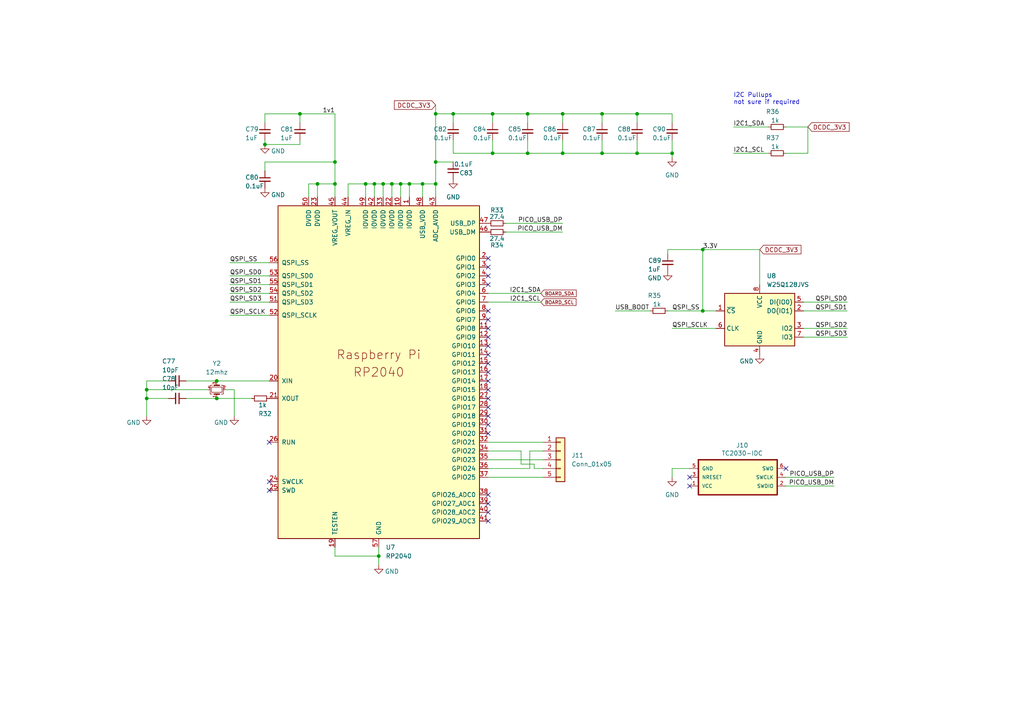
<source format=kicad_sch>
(kicad_sch (version 20211123) (generator eeschema)
  (paper "A4")
  (lib_symbols
    (symbol "Connector_Generic:Conn_01x05" (pin_names (offset 1.016) hide)
      (property "Reference" "J" (at 0 7.62 0))
      (property "Value" "Conn_01x05" (at 0 -7.62 0))
      (symbol "Conn_01x05_1_1"
        (rectangle (start -1.27 -4.953) (end 0 -5.207) (stroke (width 0.1524)))
        (rectangle (start -1.27 -2.413) (end 0 -2.667) (stroke (width 0.1524)))
        (rectangle (start -1.27 0.127) (end 0 -0.127) (stroke (width 0.1524)))
        (rectangle (start -1.27 2.667) (end 0 2.413) (stroke (width 0.1524)))
        (rectangle (start -1.27 5.207) (end 0 4.953) (stroke (width 0.1524)))
        (rectangle (start -1.27 6.35) (end 1.27 -6.35) (stroke (width 0.254)) (fill (type background)))
        (pin passive line (at -5.08 5.08 0) (length 3.81) (name "Pin_1") (number "1"))
        (pin passive line (at -5.08 2.54 0) (length 3.81) (name "Pin_2") (number "2"))
        (pin passive line (at -5.08 0 0) (length 3.81) (name "Pin_3") (number "3"))
        (pin passive line (at -5.08 -2.54 0) (length 3.81) (name "Pin_4") (number "4"))
        (pin passive line (at -5.08 -5.08 0) (length 3.81) (name "Pin_5") (number "5"))
      )
    )
    (symbol "Device:C_Small" (pin_numbers hide) (pin_names (offset 0.254) hide)
      (property "Reference" "C" (at 0.254 1.778 0))
      (property "Value" "C_Small" (at 0.254 -2.032 0))
      (symbol "C_Small_0_1"
        (polyline (pts (xy -1.524 -0.508) (xy 1.524 -0.508)) (stroke (width 0.3302)))
        (polyline (pts (xy -1.524 0.508) (xy 1.524 0.508)) (stroke (width 0.3048)))
      )
      (symbol "C_Small_1_1"
        (pin passive line (at 0 2.54 270) (length 2.032) (name "~") (number "1"))
        (pin passive line (at 0 -2.54 90) (length 2.032) (name "~") (number "2"))
      )
    )
    (symbol "Device:Crystal_GND24_Small" (pin_names (offset 1.016) hide)
      (property "Reference" "Y" (at 1.27 4.445 0))
      (property "Value" "Crystal_GND24_Small" (at 1.27 2.54 0))
      (symbol "Crystal_GND24_Small_0_1"
        (rectangle (start -0.762 -1.524) (end 0.762 1.524))
        (polyline (pts (xy -1.27 -0.762) (xy -1.27 0.762)) (stroke (width 0.381)))
        (polyline (pts (xy 1.27 -0.762) (xy 1.27 0.762)) (stroke (width 0.381)))
        (polyline (pts (xy -1.27 -1.27) (xy -1.27 -1.905) (xy 1.27 -1.905) (xy 1.27 -1.27)))
        (polyline (pts (xy -1.27 1.27) (xy -1.27 1.905) (xy 1.27 1.905) (xy 1.27 1.27)))
      )
      (symbol "Crystal_GND24_Small_1_1"
        (pin passive line (at -2.54 0 0) (length 1.27) (name "1") (number "1"))
        (pin passive line (at 0 -2.54 90) (length 0.635) (name "2") (number "2"))
        (pin passive line (at 2.54 0 180) (length 1.27) (name "3") (number "3"))
        (pin passive line (at 0 2.54 270) (length 0.635) (name "4") (number "4"))
      )
    )
    (symbol "Device:R_Small" (pin_numbers hide) (pin_names (offset 0.254) hide)
      (property "Reference" "R" (at 0.762 0.508 0))
      (property "Value" "R_Small" (at 0.762 -1.016 0))
      (symbol "R_Small_0_1"
        (rectangle (start -0.762 1.778) (end 0.762 -1.778) (stroke (width 0.2032)))
      )
      (symbol "R_Small_1_1"
        (pin passive line (at 0 2.54 270) (length 0.762) (name "~") (number "1"))
        (pin passive line (at 0 -2.54 90) (length 0.762) (name "~") (number "2"))
      )
    )
    (symbol "Memory_Flash:W25Q128JVS"
      (property "Reference" "U" (at -8.89 8.89 0))
      (property "Value" "W25Q128JVS" (at 7.62 8.89 0))
      (symbol "W25Q128JVS_0_1"
        (rectangle (start -10.16 7.62) (end 10.16 -7.62) (stroke (width 0.254)) (fill (type background)))
      )
      (symbol "W25Q128JVS_1_1"
        (pin input line (at -12.7 2.54 0) (length 2.54) (name "~{CS}") (number "1"))
        (pin bidirectional line (at 12.7 2.54 180) (length 2.54) (name "DO(IO1)") (number "2"))
        (pin bidirectional line (at 12.7 -2.54 180) (length 2.54) (name "IO2") (number "3"))
        (pin power_in line (at 0 -10.16 90) (length 2.54) (name "GND") (number "4"))
        (pin bidirectional line (at 12.7 5.08 180) (length 2.54) (name "DI(IO0)") (number "5"))
        (pin input line (at -12.7 -2.54 0) (length 2.54) (name "CLK") (number "6"))
        (pin bidirectional line (at 12.7 -5.08 180) (length 2.54) (name "IO3") (number "7"))
        (pin power_in line (at 0 10.16 270) (length 2.54) (name "VCC") (number "8"))
      )
    )
    (symbol "RP2040:RP2040" (pin_names (offset 1.016))
      (property "Reference" "U" (at -29.21 49.53 0))
      (property "Value" "RP2040" (at 24.13 -49.53 0))
      (symbol "RP2040_0_0"
        (text "Raspberry Pi" (at 0 5.08 0) (effects (font (size 2.54 2.54))))
        (text "RP2040" (at 0 0 0) (effects (font (size 2.54 2.54))))
      )
      (symbol "RP2040_0_1"
        (rectangle (start 29.21 48.26) (end -29.21 -48.26) (stroke (width 0.254)) (fill (type background)))
      )
      (symbol "RP2040_1_1"
        (pin power_in line (at 8.89 50.8 270) (length 2.54) (name "IOVDD") (number "1"))
        (pin power_in line (at 6.35 50.8 270) (length 2.54) (name "IOVDD") (number "10"))
        (pin bidirectional line (at 31.75 12.7 180) (length 2.54) (name "GPIO8") (number "11"))
        (pin bidirectional line (at 31.75 10.16 180) (length 2.54) (name "GPIO9") (number "12"))
        (pin bidirectional line (at 31.75 7.62 180) (length 2.54) (name "GPIO10") (number "13"))
        (pin bidirectional line (at 31.75 5.08 180) (length 2.54) (name "GPIO11") (number "14"))
        (pin bidirectional line (at 31.75 2.54 180) (length 2.54) (name "GPIO12") (number "15"))
        (pin bidirectional line (at 31.75 0 180) (length 2.54) (name "GPIO13") (number "16"))
        (pin bidirectional line (at 31.75 -2.54 180) (length 2.54) (name "GPIO14") (number "17"))
        (pin bidirectional line (at 31.75 -5.08 180) (length 2.54) (name "GPIO15") (number "18"))
        (pin passive line (at -12.7 -50.8 90) (length 2.54) (name "TESTEN") (number "19"))
        (pin bidirectional line (at 31.75 33.02 180) (length 2.54) (name "GPIO0") (number "2"))
        (pin input line (at -31.75 -2.54 0) (length 2.54) (name "XIN") (number "20"))
        (pin passive line (at -31.75 -7.62 0) (length 2.54) (name "XOUT") (number "21"))
        (pin power_in line (at 3.81 50.8 270) (length 2.54) (name "IOVDD") (number "22"))
        (pin power_in line (at -17.78 50.8 270) (length 2.54) (name "DVDD") (number "23"))
        (pin output line (at -31.75 -31.75 0) (length 2.54) (name "SWCLK") (number "24"))
        (pin bidirectional line (at -31.75 -34.29 0) (length 2.54) (name "SWD") (number "25"))
        (pin input line (at -31.75 -20.32 0) (length 2.54) (name "RUN") (number "26"))
        (pin bidirectional line (at 31.75 -7.62 180) (length 2.54) (name "GPIO16") (number "27"))
        (pin bidirectional line (at 31.75 -10.16 180) (length 2.54) (name "GPIO17") (number "28"))
        (pin bidirectional line (at 31.75 -12.7 180) (length 2.54) (name "GPIO18") (number "29"))
        (pin bidirectional line (at 31.75 30.48 180) (length 2.54) (name "GPIO1") (number "3"))
        (pin bidirectional line (at 31.75 -15.24 180) (length 2.54) (name "GPIO19") (number "30"))
        (pin bidirectional line (at 31.75 -17.78 180) (length 2.54) (name "GPIO20") (number "31"))
        (pin bidirectional line (at 31.75 -20.32 180) (length 2.54) (name "GPIO21") (number "32"))
        (pin power_in line (at 1.27 50.8 270) (length 2.54) (name "IOVDD") (number "33"))
        (pin bidirectional line (at 31.75 -22.86 180) (length 2.54) (name "GPIO22") (number "34"))
        (pin bidirectional line (at 31.75 -25.4 180) (length 2.54) (name "GPIO23") (number "35"))
        (pin bidirectional line (at 31.75 -27.94 180) (length 2.54) (name "GPIO24") (number "36"))
        (pin bidirectional line (at 31.75 -30.48 180) (length 2.54) (name "GPIO25") (number "37"))
        (pin bidirectional line (at 31.75 -35.56 180) (length 2.54) (name "GPIO26_ADC0") (number "38"))
        (pin bidirectional line (at 31.75 -38.1 180) (length 2.54) (name "GPIO27_ADC1") (number "39"))
        (pin bidirectional line (at 31.75 27.94 180) (length 2.54) (name "GPIO2") (number "4"))
        (pin bidirectional line (at 31.75 -40.64 180) (length 2.54) (name "GPIO28_ADC2") (number "40"))
        (pin bidirectional line (at 31.75 -43.18 180) (length 2.54) (name "GPIO29_ADC3") (number "41"))
        (pin power_in line (at -1.27 50.8 270) (length 2.54) (name "IOVDD") (number "42"))
        (pin power_in line (at 16.51 50.8 270) (length 2.54) (name "ADC_AVDD") (number "43"))
        (pin power_in line (at -8.89 50.8 270) (length 2.54) (name "VREG_IN") (number "44"))
        (pin power_out line (at -12.7 50.8 270) (length 2.54) (name "VREG_VOUT") (number "45"))
        (pin bidirectional line (at 31.75 40.64 180) (length 2.54) (name "USB_DM") (number "46"))
        (pin bidirectional line (at 31.75 43.18 180) (length 2.54) (name "USB_DP") (number "47"))
        (pin power_in line (at 12.7 50.8 270) (length 2.54) (name "USB_VDD") (number "48"))
        (pin power_in line (at -3.81 50.8 270) (length 2.54) (name "IOVDD") (number "49"))
        (pin bidirectional line (at 31.75 25.4 180) (length 2.54) (name "GPIO3") (number "5"))
        (pin power_in line (at -20.32 50.8 270) (length 2.54) (name "DVDD") (number "50"))
        (pin bidirectional line (at -31.75 20.32 0) (length 2.54) (name "QSPI_SD3") (number "51"))
        (pin output line (at -31.75 16.51 0) (length 2.54) (name "QSPI_SCLK") (number "52"))
        (pin bidirectional line (at -31.75 27.94 0) (length 2.54) (name "QSPI_SD0") (number "53"))
        (pin bidirectional line (at -31.75 22.86 0) (length 2.54) (name "QSPI_SD2") (number "54"))
        (pin bidirectional line (at -31.75 25.4 0) (length 2.54) (name "QSPI_SD1") (number "55"))
        (pin bidirectional line (at -31.75 31.75 0) (length 2.54) (name "QSPI_SS") (number "56"))
        (pin power_in line (at 0 -50.8 90) (length 2.54) (name "GND") (number "57"))
        (pin bidirectional line (at 31.75 22.86 180) (length 2.54) (name "GPIO4") (number "6"))
        (pin bidirectional line (at 31.75 20.32 180) (length 2.54) (name "GPIO5") (number "7"))
        (pin bidirectional line (at 31.75 17.78 180) (length 2.54) (name "GPIO6") (number "8"))
        (pin bidirectional line (at 31.75 15.24 180) (length 2.54) (name "GPIO7") (number "9"))
      )
    )
    (symbol "TDC-2030-IDC:TC2030-IDC" (pin_names (offset 1.016))
      (property "Reference" "TC" (at -3.81 5.842 0))
      (property "Value" "TC2030-IDC" (at -3.81 -7.62 0))
      (symbol "TC2030-IDC_0_0"
        (rectangle (start -10.16 -5.08) (end 12.7 5.08) (stroke (width 0.4064)) (fill (type background)))
        (pin passive line (at 15.24 -2.54 180) (length 2.54) (name "VCC") (number "1"))
        (pin passive line (at -12.7 -2.54 0) (length 2.54) (name "SWDIO") (number "2"))
        (pin passive line (at 15.24 0 180) (length 2.54) (name "NRESET") (number "3"))
        (pin passive line (at -12.7 0 0) (length 2.54) (name "SWCLK") (number "4"))
        (pin passive line (at 15.24 2.54 180) (length 2.54) (name "GND") (number "5"))
        (pin passive line (at -12.7 2.54 0) (length 2.54) (name "SWO") (number "6"))
      )
    )
    (symbol "power:GND" (power) (pin_names (offset 0))
      (property "Value" "GND" (at 0 -3.81 0))
      (symbol "GND_0_1"
        (polyline (pts (xy 0 0) (xy 0 -1.27) (xy 1.27 -1.27) (xy 0 -2.54) (xy -1.27 -1.27) (xy 0 -1.27)))
      )
      (symbol "GND_1_1"
        (pin power_in line (at 0 0 270) (length 0) hide (name "GND") (number "1"))
      )
    )
  )
  (junction (at 142.875 33.02))
  (junction (at 116.205 53.34))
  (junction (at 163.195 44.45))
  (junction (at 126.365 46.99))
  (junction (at 163.195 33.02))
  (junction (at 126.365 33.02))
  (junction (at 203.835 72.39))
  (junction (at 86.995 33.02))
  (junction (at 111.125 53.34))
  (junction (at 184.785 33.02))
  (junction (at 131.445 33.02))
  (junction (at 118.745 53.34))
  (junction (at 194.945 44.45))
  (junction (at 42.545 115.57))
  (junction (at 109.855 161.29))
  (junction (at 174.625 33.02))
  (junction (at 174.625 44.45))
  (junction (at 142.875 44.45))
  (junction (at 106.045 53.34))
  (junction (at 122.555 53.34))
  (junction (at 153.035 44.45))
  (junction (at 108.585 53.34))
  (junction (at 113.665 53.34))
  (junction (at 76.835 41.91))
  (junction (at 92.075 53.34))
  (junction (at 184.785 44.45))
  (junction (at 97.155 46.99))
  (junction (at 153.035 33.02))
  (junction (at 62.865 115.57))
  (junction (at 203.835 90.17))
  (junction (at 42.545 113.03))
  (junction (at 62.865 110.49))
  (junction (at 97.155 53.34))
  (junction (at 126.365 53.34))
  (no_connect (at 141.605 92.71))
  (no_connect (at 141.605 125.73))
  (no_connect (at 78.105 128.27))
  (no_connect (at 78.105 142.24))
  (no_connect (at 141.605 95.25))
  (no_connect (at 141.605 77.47))
  (no_connect (at 141.605 113.03))
  (no_connect (at 200.025 138.43))
  (no_connect (at 141.605 115.57))
  (no_connect (at 141.605 107.95))
  (no_connect (at 141.605 100.33))
  (no_connect (at 141.605 146.05))
  (no_connect (at 141.605 74.93))
  (no_connect (at 141.605 151.13))
  (no_connect (at 141.605 118.11))
  (no_connect (at 227.965 135.89))
  (no_connect (at 141.605 105.41))
  (no_connect (at 141.605 148.59))
  (no_connect (at 141.605 102.87))
  (no_connect (at 141.605 97.79))
  (no_connect (at 141.605 120.65))
  (no_connect (at 78.105 139.7))
  (no_connect (at 200.025 140.97))
  (no_connect (at 141.605 143.51))
  (no_connect (at 141.605 123.19))
  (no_connect (at 141.605 80.01))
  (no_connect (at 141.605 82.55))
  (no_connect (at 141.605 90.17))
  (no_connect (at 141.605 110.49))
  (wire (pts (xy 212.725 36.83) (xy 222.885 36.83)))
  (wire (pts (xy 106.045 57.15) (xy 106.045 53.34)))
  (wire (pts (xy 154.94 134.62) (xy 154.94 135.89)))
  (wire (pts (xy 86.995 33.02) (xy 76.835 33.02)))
  (wire (pts (xy 194.945 95.25) (xy 207.645 95.25)))
  (wire (pts (xy 163.195 40.64) (xy 163.195 44.45)))
  (wire (pts (xy 97.155 161.29) (xy 109.855 161.29)))
  (wire (pts (xy 42.545 113.03) (xy 42.545 115.57)))
  (wire (pts (xy 86.995 41.91) (xy 86.995 40.64)))
  (wire (pts (xy 122.555 53.34) (xy 122.555 57.15)))
  (wire (pts (xy 194.945 40.64) (xy 194.945 44.45)))
  (wire (pts (xy 193.675 72.39) (xy 203.835 72.39)))
  (wire (pts (xy 141.605 130.81) (xy 151.13 130.81)))
  (wire (pts (xy 178.435 90.17) (xy 188.595 90.17)))
  (wire (pts (xy 194.945 44.45) (xy 194.945 45.72)))
  (wire (pts (xy 97.155 46.99) (xy 97.155 53.34)))
  (wire (pts (xy 193.675 90.17) (xy 203.835 90.17)))
  (wire (pts (xy 126.365 53.34) (xy 126.365 57.15)))
  (wire (pts (xy 234.315 36.83) (xy 234.315 44.45)))
  (wire (pts (xy 118.745 53.34) (xy 122.555 53.34)))
  (wire (pts (xy 194.945 33.02) (xy 194.945 35.56)))
  (wire (pts (xy 141.605 138.43) (xy 157.48 138.43)))
  (wire (pts (xy 76.835 33.02) (xy 76.835 35.56)))
  (wire (pts (xy 111.125 53.34) (xy 113.665 53.34)))
  (wire (pts (xy 146.685 64.77) (xy 163.195 64.77)))
  (wire (pts (xy 194.945 135.89) (xy 200.025 135.89)))
  (wire (pts (xy 193.675 73.66) (xy 193.675 72.39)))
  (wire (pts (xy 194.945 44.45) (xy 184.785 44.45)))
  (wire (pts (xy 146.685 67.31) (xy 163.195 67.31)))
  (wire (pts (xy 141.605 87.63) (xy 156.845 87.63)))
  (wire (pts (xy 203.835 72.39) (xy 220.345 72.39)))
  (wire (pts (xy 194.945 138.43) (xy 194.945 135.89)))
  (wire (pts (xy 153.67 130.81) (xy 157.48 130.81)))
  (wire (pts (xy 126.365 46.99) (xy 131.445 46.99)))
  (wire (pts (xy 92.075 53.34) (xy 97.155 53.34)))
  (wire (pts (xy 76.835 49.53) (xy 76.835 46.99)))
  (wire (pts (xy 42.545 110.49) (xy 42.545 113.03)))
  (wire (pts (xy 153.035 40.64) (xy 153.035 44.45)))
  (wire (pts (xy 142.875 33.02) (xy 153.035 33.02)))
  (wire (pts (xy 118.745 53.34) (xy 118.745 57.15)))
  (wire (pts (xy 48.895 110.49) (xy 42.545 110.49)))
  (wire (pts (xy 142.875 40.64) (xy 142.875 44.45)))
  (wire (pts (xy 131.445 33.02) (xy 142.875 33.02)))
  (wire (pts (xy 212.725 44.45) (xy 222.885 44.45)))
  (wire (pts (xy 153.035 33.02) (xy 153.035 35.56)))
  (wire (pts (xy 76.835 46.99) (xy 97.155 46.99)))
  (wire (pts (xy 233.045 87.63) (xy 245.745 87.63)))
  (wire (pts (xy 131.445 33.02) (xy 131.445 35.56)))
  (wire (pts (xy 53.975 115.57) (xy 62.865 115.57)))
  (wire (pts (xy 116.205 53.34) (xy 118.745 53.34)))
  (wire (pts (xy 234.315 44.45) (xy 227.965 44.45)))
  (wire (pts (xy 126.365 33.02) (xy 131.445 33.02)))
  (wire (pts (xy 97.155 53.34) (xy 97.155 57.15)))
  (wire (pts (xy 141.605 135.89) (xy 153.67 135.89)))
  (wire (pts (xy 174.625 44.45) (xy 163.195 44.45)))
  (wire (pts (xy 142.875 44.45) (xy 131.445 44.45)))
  (wire (pts (xy 42.545 115.57) (xy 42.545 120.65)))
  (wire (pts (xy 67.945 113.03) (xy 65.405 113.03)))
  (wire (pts (xy 106.045 53.34) (xy 100.965 53.34)))
  (wire (pts (xy 42.545 113.03) (xy 60.325 113.03)))
  (wire (pts (xy 113.665 53.34) (xy 116.205 53.34)))
  (wire (pts (xy 126.365 46.99) (xy 126.365 53.34)))
  (wire (pts (xy 174.625 33.02) (xy 174.625 35.56)))
  (wire (pts (xy 62.865 115.57) (xy 73.025 115.57)))
  (wire (pts (xy 154.94 135.89) (xy 157.48 135.89)))
  (wire (pts (xy 163.195 33.02) (xy 174.625 33.02)))
  (wire (pts (xy 126.365 33.02) (xy 126.365 46.99)))
  (wire (pts (xy 66.675 82.55) (xy 78.105 82.55)))
  (wire (pts (xy 220.345 72.39) (xy 220.345 82.55)))
  (wire (pts (xy 108.585 53.34) (xy 106.045 53.34)))
  (wire (pts (xy 151.13 134.62) (xy 154.94 134.62)))
  (wire (pts (xy 174.625 40.64) (xy 174.625 44.45)))
  (wire (pts (xy 227.965 138.43) (xy 241.935 138.43)))
  (wire (pts (xy 233.045 95.25) (xy 245.745 95.25)))
  (wire (pts (xy 153.035 33.02) (xy 163.195 33.02)))
  (wire (pts (xy 174.625 33.02) (xy 184.785 33.02)))
  (wire (pts (xy 76.835 41.91) (xy 86.995 41.91)))
  (wire (pts (xy 141.605 133.35) (xy 157.48 133.35)))
  (wire (pts (xy 62.865 110.49) (xy 78.105 110.49)))
  (wire (pts (xy 184.785 33.02) (xy 184.785 35.56)))
  (wire (pts (xy 66.675 85.09) (xy 78.105 85.09)))
  (wire (pts (xy 66.675 76.2) (xy 78.105 76.2)))
  (wire (pts (xy 184.785 40.64) (xy 184.785 44.45)))
  (wire (pts (xy 67.945 120.65) (xy 67.945 113.03)))
  (wire (pts (xy 141.605 85.09) (xy 156.845 85.09)))
  (wire (pts (xy 122.555 53.34) (xy 126.365 53.34)))
  (wire (pts (xy 86.995 33.02) (xy 86.995 35.56)))
  (wire (pts (xy 53.975 110.49) (xy 62.865 110.49)))
  (wire (pts (xy 227.965 140.97) (xy 241.935 140.97)))
  (wire (pts (xy 142.875 33.02) (xy 142.875 35.56)))
  (wire (pts (xy 151.13 130.81) (xy 151.13 134.62)))
  (wire (pts (xy 163.195 33.02) (xy 163.195 35.56)))
  (wire (pts (xy 97.155 158.75) (xy 97.155 161.29)))
  (wire (pts (xy 76.835 40.64) (xy 76.835 41.91)))
  (wire (pts (xy 111.125 57.15) (xy 111.125 53.34)))
  (wire (pts (xy 108.585 57.15) (xy 108.585 53.34)))
  (wire (pts (xy 97.155 33.02) (xy 86.995 33.02)))
  (wire (pts (xy 227.965 36.83) (xy 234.315 36.83)))
  (wire (pts (xy 113.665 53.34) (xy 113.665 57.15)))
  (wire (pts (xy 203.835 90.17) (xy 207.645 90.17)))
  (wire (pts (xy 116.205 53.34) (xy 116.205 57.15)))
  (wire (pts (xy 109.855 161.29) (xy 109.855 163.83)))
  (wire (pts (xy 111.125 53.34) (xy 108.585 53.34)))
  (wire (pts (xy 233.045 97.79) (xy 245.745 97.79)))
  (wire (pts (xy 131.445 44.45) (xy 131.445 40.64)))
  (wire (pts (xy 66.675 87.63) (xy 78.105 87.63)))
  (wire (pts (xy 89.535 53.34) (xy 92.075 53.34)))
  (wire (pts (xy 100.965 57.15) (xy 100.965 53.34)))
  (wire (pts (xy 66.675 91.44) (xy 78.105 91.44)))
  (wire (pts (xy 92.075 53.34) (xy 92.075 57.15)))
  (wire (pts (xy 97.155 33.02) (xy 97.155 46.99)))
  (wire (pts (xy 153.67 135.89) (xy 153.67 130.81)))
  (wire (pts (xy 233.045 90.17) (xy 245.745 90.17)))
  (wire (pts (xy 66.675 80.01) (xy 78.105 80.01)))
  (wire (pts (xy 141.605 128.27) (xy 157.48 128.27)))
  (wire (pts (xy 89.535 57.15) (xy 89.535 53.34)))
  (wire (pts (xy 109.855 158.75) (xy 109.855 161.29)))
  (wire (pts (xy 42.545 115.57) (xy 48.895 115.57)))
  (wire (pts (xy 153.035 44.45) (xy 142.875 44.45)))
  (wire (pts (xy 184.785 33.02) (xy 194.945 33.02)))
  (wire (pts (xy 184.785 44.45) (xy 174.625 44.45)))
  (wire (pts (xy 203.835 72.39) (xy 203.835 90.17)))
  (wire (pts (xy 163.195 44.45) (xy 153.035 44.45)))
  (wire (pts (xy 126.365 30.48) (xy 126.365 33.02)))
  (text "I2C Pullups\nnot sure if required" (at 212.725 30.48 0) (effects (font (size 1.27 1.27)) (justify left bottom)))
  (label "QSPI_SD2" (at 245.745 95.25 180))
  (label "PICO_USB_DM" (at 241.935 140.97 180))
  (label "QSPI_SD1" (at 66.675 82.55 0))
  (label "QSPI_SD0" (at 66.675 80.01 0))
  (label "QSPI_SD3" (at 245.745 97.79 180))
  (label "QSPI_SD2" (at 66.675 85.09 0))
  (label "QSPI_SD0" (at 245.745 87.63 180))
  (label "3.3V" (at 203.835 72.39 0))
  (label "QSPI_SS" (at 194.945 90.17 0))
  (label "QSPI_SD1" (at 245.745 90.17 180))
  (label "PICO_USB_DP" (at 241.935 138.43 180))
  (label "PICO_USB_DP" (at 163.195 64.77 180))
  (label "I2C1_SCL" (at 212.725 44.45 0))
  (label "QSPI_SCLK" (at 66.675 91.44 0))
  (label "I2C1_SDA" (at 212.725 36.83 0))
  (label "1v1" (at 97.155 33.02 180))
  (label "PICO_USB_DM" (at 163.195 67.31 180))
  (label "USB_BOOT" (at 178.435 90.17 0))
  (label "QSPI_SCLK" (at 194.945 95.25 0))
  (label "QSPI_SS" (at 66.675 76.2 0))
  (label "QSPI_SD3" (at 66.675 87.63 0))
  (label "I2C1_SDA" (at 156.845 85.09 180))
  (label "I2C1_SCL" (at 156.845 87.63 180))
  (global_label "DCDC_3V3" (shape input) (at 126.365 30.48 180) (property "Intersheet References" "${INTERSHEET_REFS}" (effects hide)))
  (global_label "DCDC_3V3" (shape input) (at 220.345 72.39 0) (property "Intersheet References" "${INTERSHEET_REFS}" (effects hide)))
  (global_label "DCDC_3V3" (shape input) (at 234.315 36.83 0) (property "Intersheet References" "${INTERSHEET_REFS}" (effects hide)))
  (global_label "BOARD_SDA" (shape input) (at 156.845 85.09 0) (effects (font (size 0.9906 0.9906))) (property "Intersheet References" "${INTERSHEET_REFS}" (effects hide)))
  (global_label "BOARD_SCL" (shape input) (at 156.845 87.63 0) (effects (font (size 0.9906 0.9906))) (property "Intersheet References" "${INTERSHEET_REFS}" (effects hide)))
  (symbol (lib_id "power:GND") (at 220.345 102.87 0) (unit 1)
    (property "Reference" "#PWR0136" (effects hide))
    (property "Value" "GND" (at 216.535 104.775 0))
  )
  (symbol (lib_id "power:GND") (at 42.545 120.65 0) (unit 1)
    (property "Reference" "#PWR0132" (effects hide))
    (property "Value" "GND" (at 38.735 122.555 0))
  )
  (symbol (lib_id "power:GND") (at 193.675 78.74 0) (unit 1)
    (property "Reference" "#PWR0129" (effects hide))
    (property "Value" "GND" (at 189.865 80.645 0))
  )
  (symbol (lib_id "Device:C_Small") (at 174.625 38.1 0) (unit 1)
    (property "Reference" "C87" (at 168.91 37.465 0) (effects (justify left)))
    (property "Value" "0.1uF" (at 168.91 40.005 0) (effects (justify left)))
    (property "Footprint" "Custom Components:C_0402_narrow" (effects hide))
    (property "MPN" "CC0603KRX7R9BB104" (effects hide))
    (property "DESCRIPTION" "CAP CER 0.1UF 50V X7R 0603" (effects hide))
    (property "LCSC" "C14663" (effects hide))
    (property "PACKAGE" "0402" (effects hide))
  )
  (symbol (lib_id "Device:C_Small") (at 76.835 52.07 0) (unit 1)
    (property "Reference" "C80" (at 71.12 51.435 0) (effects (justify left)))
    (property "Value" "0.1uF" (at 71.12 53.975 0) (effects (justify left)))
    (property "Footprint" "Custom Components:C_0402_narrow" (effects hide))
    (property "MPN" "CC0603KRX7R9BB104" (effects hide))
    (property "DESCRIPTION" "CAP CER 0.1UF 50V X7R 0603" (effects hide))
    (property "LCSC" "C14663" (effects hide))
    (property "PACKAGE" "0402" (effects hide))
  )
  (symbol (lib_id "Device:C_Small") (at 131.445 49.53 180) (unit 1)
    (property "Reference" "C83" (at 137.16 50.165 0) (effects (justify left)))
    (property "Value" "0.1uF" (at 137.16 47.625 0) (effects (justify left)))
    (property "Footprint" "Custom Components:C_0402_narrow" (effects hide))
    (property "MPN" "CC0603KRX7R9BB104" (effects hide))
    (property "DESCRIPTION" "CAP CER 0.1UF 50V X7R 0603" (effects hide))
    (property "LCSC" "C14663" (effects hide))
    (property "PACKAGE" "0402" (effects hide))
  )
  (symbol (lib_id "Device:C_Small") (at 193.675 76.2 0) (unit 1)
    (property "Reference" "C89" (at 187.96 75.565 0) (effects (justify left)))
    (property "Value" "1uF" (at 187.96 78.105 0) (effects (justify left)))
    (property "Footprint" "Custom Components:C_0402_narrow" (effects hide))
    (property "MPN" "CL10A475KO8NNNC" (effects hide))
    (property "DESCRIPTION" "CAP CER 1UF 4V X5R 0402" (effects hide))
    (property "LCSC" "C52923" (effects hide))
    (property "PACKAGE" "0402" (effects hide))
  )
  (symbol (lib_id "Device:C_Small") (at 86.995 38.1 0) (unit 1)
    (property "Reference" "C81" (at 81.28 37.465 0) (effects (justify left)))
    (property "Value" "1uF" (at 81.28 40.005 0) (effects (justify left)))
    (property "Footprint" "Custom Components:C_0402_narrow" (effects hide))
    (property "MPN" "CL10A475KO8NNNC" (effects hide))
    (property "DESCRIPTION" "CAP CER 1UF 4V X5R 0402" (effects hide))
    (property "LCSC" "C52923" (effects hide))
    (property "PACKAGE" "0402" (effects hide))
  )
  (symbol (lib_id "power:GND") (at 131.445 52.07 0) (unit 1)
    (property "Reference" "#PWR0133" (effects hide))
    (property "Value" "GND" (at 131.445 57.15 0))
  )
  (symbol (lib_id "Device:C_Small") (at 142.875 38.1 0) (unit 1)
    (property "Reference" "C84" (at 137.16 37.465 0) (effects (justify left)))
    (property "Value" "0.1uF" (at 137.16 40.005 0) (effects (justify left)))
    (property "Footprint" "Custom Components:C_0402_narrow" (effects hide))
    (property "MPN" "CC0603KRX7R9BB104" (effects hide))
    (property "DESCRIPTION" "CAP CER 0.1UF 50V X7R 0603" (effects hide))
    (property "LCSC" "C14663" (effects hide))
    (property "PACKAGE" "0402" (effects hide))
  )
  (symbol (lib_id "Device:R_Small") (at 75.565 115.57 270) (mirror x) (unit 1)
    (property "Reference" "R32" (at 74.93 120.015 90) (effects (justify left)))
    (property "Value" "1k" (at 74.93 117.475 90) (effects (justify left)))
    (property "Footprint" "Custom Components:R_0402_narrow" (effects hide))
    (property "DESCRIPTION" "RES 1K OHM 5% 1/10W 0402" (effects hide))
    (property "PACKAGE" "0402" (effects hide))
  )
  (symbol (lib_id "power:GND") (at 194.945 45.72 0) (unit 1)
    (property "Reference" "#PWR0128" (effects hide))
    (property "Value" "GND" (at 194.945 50.8 0))
  )
  (symbol (lib_id "power:GND") (at 67.945 120.65 0) (unit 1)
    (property "Reference" "#PWR0131" (effects hide))
    (property "Value" "GND" (at 64.135 122.555 0))
  )
  (symbol (lib_id "power:GND") (at 194.945 138.43 0) (unit 1)
    (property "Reference" "#PWR0137" (effects hide))
    (property "Value" "GND" (at 194.945 143.51 0))
  )
  (symbol (lib_id "Device:R_Small") (at 144.145 67.31 270) (unit 1)
    (property "Reference" "R34" (at 144.145 71.12 90))
    (property "Value" "27.4" (at 144.145 69.215 90))
    (property "Footprint" "Custom Components:R_0402_narrow" (effects hide))
    (property "DESCRIPTION" "RES 27.4 OHM 1% 1/10W 0403" (effects hide))
    (property "PACKAGE" "0402" (effects hide))
  )
  (symbol (lib_id "Device:R_Small") (at 225.425 36.83 90) (mirror x) (unit 1)
    (property "Reference" "R36" (at 226.06 32.385 90) (effects (justify left)))
    (property "Value" "1k" (at 226.06 34.925 90) (effects (justify left)))
    (property "Footprint" "Custom Components:R_0402_narrow" (effects hide))
    (property "DESCRIPTION" "RES 1K OHM 5% 1/10W 0402" (effects hide))
    (property "PACKAGE" "0402" (effects hide))
  )
  (symbol (lib_id "Device:C_Small") (at 153.035 38.1 0) (unit 1)
    (property "Reference" "C85" (at 147.32 37.465 0) (effects (justify left)))
    (property "Value" "0.1uF" (at 147.32 40.005 0) (effects (justify left)))
    (property "Footprint" "Custom Components:C_0402_narrow" (effects hide))
    (property "MPN" "CC0603KRX7R9BB104" (effects hide))
    (property "DESCRIPTION" "CAP CER 0.1UF 50V X7R 0603" (effects hide))
    (property "LCSC" "C14663" (effects hide))
    (property "PACKAGE" "0402" (effects hide))
  )
  (symbol (lib_id "Device:C_Small") (at 194.945 38.1 0) (unit 1)
    (property "Reference" "C90" (at 189.23 37.465 0) (effects (justify left)))
    (property "Value" "0.1uF" (at 189.23 40.005 0) (effects (justify left)))
    (property "Footprint" "Custom Components:C_0402_narrow" (effects hide))
    (property "MPN" "CC0603KRX7R9BB104" (effects hide))
    (property "DESCRIPTION" "CAP CER 0.1UF 50V X7R 0603" (effects hide))
    (property "LCSC" "C14663" (effects hide))
    (property "PACKAGE" "0402" (effects hide))
  )
  (symbol (lib_id "RP2040:RP2040") (at 109.855 107.95 0) (unit 1)
    (property "Reference" "U7" (at 111.8744 158.75 0) (effects (justify left)))
    (property "Value" "RP2040" (at 111.8744 161.29 0) (effects (justify left)))
    (property "Footprint" "rp2040:RP2040-QFN-56" (effects hide))
    (property "DESCRIPTION" "RP2040TR13" (effects hide))
    (property "MPN" "SC0914(13)" (effects hide))
    (property "LCSC" "C2040" (effects hide))
  )
  (symbol (lib_id "TDC-2030-IDC:TC2030-IDC") (at 215.265 138.43 0) (mirror y) (unit 1)
    (property "Reference" "J10" (at 215.265 129.159 0))
    (property "Value" "TC2030-IDC" (at 215.265 131.4704 0))
    (property "Footprint" "Connector:Tag-Connect_TC2030-IDC-NL_2x03_P1.27mm_Vertical" (effects hide))
    (property "Datasheet" "Tag Connect" (effects hide))
    (property "Manufacturer" "DNP" (effects hide))
    (property "MPN" "TC2030-USB" (effects hide))
    (property "MPN2" "DNP" (effects hide))
    (property "Manufacturer2" "DNP" (effects hide))
    (property "DNP" "DNP" (effects hide))
  )
  (symbol (lib_id "Device:R_Small") (at 225.425 44.45 90) (mirror x) (unit 1)
    (property "Reference" "R37" (at 226.06 40.005 90) (effects (justify left)))
    (property "Value" "1k" (at 226.06 42.545 90) (effects (justify left)))
    (property "Footprint" "Custom Components:R_0402_narrow" (effects hide))
    (property "DESCRIPTION" "RES 1K OHM 5% 1/10W 0402" (effects hide))
    (property "PACKAGE" "0402" (effects hide))
  )
  (symbol (lib_id "power:GND") (at 109.855 163.83 0) (unit 1)
    (property "Reference" "#PWR0130" (effects hide))
    (property "Value" "GND" (at 113.665 165.735 0))
  )
  (symbol (lib_id "Device:C_Small") (at 131.445 38.1 0) (unit 1)
    (property "Reference" "C82" (at 125.73 37.465 0) (effects (justify left)))
    (property "Value" "0.1uF" (at 125.73 40.005 0) (effects (justify left)))
    (property "Footprint" "Custom Components:C_0402_narrow" (effects hide))
    (property "MPN" "CC0603KRX7R9BB104" (effects hide))
    (property "DESCRIPTION" "CAP CER 0.1UF 50V X7R 0603" (effects hide))
    (property "LCSC" "C14663" (effects hide))
    (property "PACKAGE" "0402" (effects hide))
  )
  (symbol (lib_id "power:GND") (at 76.835 41.91 0) (unit 1)
    (property "Reference" "#PWR0135" (effects hide))
    (property "Value" "GND" (at 80.645 43.815 0))
  )
  (symbol (lib_id "Device:C_Small") (at 163.195 38.1 0) (unit 1)
    (property "Reference" "C86" (at 157.48 37.465 0) (effects (justify left)))
    (property "Value" "0.1uF" (at 157.48 40.005 0) (effects (justify left)))
    (property "Footprint" "Custom Components:C_0402_narrow" (effects hide))
    (property "MPN" "CC0603KRX7R9BB104" (effects hide))
    (property "DESCRIPTION" "CAP CER 0.1UF 50V X7R 0603" (effects hide))
    (property "LCSC" "C14663" (effects hide))
    (property "PACKAGE" "0402" (effects hide))
  )
  (symbol (lib_id "Device:R_Small") (at 191.135 90.17 90) (mirror x) (unit 1)
    (property "Reference" "R35" (at 191.77 85.725 90) (effects (justify left)))
    (property "Value" "1k" (at 191.77 88.265 90) (effects (justify left)))
    (property "Footprint" "Custom Components:R_0402_narrow" (effects hide))
    (property "DESCRIPTION" "RES 1K OHM 5% 1/10W 0402" (effects hide))
    (property "PACKAGE" "0402" (effects hide))
  )
  (symbol (lib_id "Device:C_Small") (at 184.785 38.1 0) (unit 1)
    (property "Reference" "C88" (at 179.07 37.465 0) (effects (justify left)))
    (property "Value" "0.1uF" (at 179.07 40.005 0) (effects (justify left)))
    (property "Footprint" "Custom Components:C_0402_narrow" (effects hide))
    (property "MPN" "CC0603KRX7R9BB104" (effects hide))
    (property "DESCRIPTION" "CAP CER 0.1UF 50V X7R 0603" (effects hide))
    (property "LCSC" "C14663" (effects hide))
    (property "PACKAGE" "0402" (effects hide))
  )
  (symbol (lib_id "power:GND") (at 76.835 54.61 0) (unit 1)
    (property "Reference" "#PWR0134" (effects hide))
    (property "Value" "GND" (at 80.645 56.515 0))
  )
  (symbol (lib_id "Device:R_Small") (at 144.145 64.77 90) (unit 1)
    (property "Reference" "R33" (at 144.145 60.96 90))
    (property "Value" "27.4" (at 144.145 62.865 90))
    (property "Footprint" "Custom Components:R_0402_narrow" (effects hide))
    (property "DESCRIPTION" "RES 27.4 OHM 1% 1/10W 0403" (effects hide))
    (property "PACKAGE" "0402" (effects hide))
  )
  (symbol (lib_id "Device:C_Small") (at 51.435 115.57 270) (unit 1)
    (property "Reference" "C78" (at 46.99 109.855 90) (effects (justify left)))
    (property "Value" "10pF" (at 46.99 112.395 90) (effects (justify left)))
    (property "Footprint" "Custom Components:C_0402_narrow" (effects hide))
    (property "DESCRIPTION" "CAP CER 10PF 50V X7R 0402" (effects hide))
    (property "PACKAGE" "0402" (effects hide))
  )
  (symbol (lib_id "Connector_Generic:Conn_01x05") (at 162.56 133.35 0) (unit 1)
    (property "Reference" "J11" (at 165.735 132.0799 0) (effects (justify left)))
    (property "Value" "Conn_01x05" (at 165.735 134.6199 0) (effects (justify left)))
    (property "Footprint" "Connector_JST:JST_SH_BM04B-SRSS-TB_1x04-1MP_P1.00mm_Vertical" (effects hide))
    (property "DNP" "DNP" (effects hide))
    (property "LCSC" "C265118" (effects hide))
    (property "MPN" "BM04B-PASS-TFT(LF)(SN)" (effects hide))
  )
  (symbol (lib_id "Memory_Flash:W25Q128JVS") (at 220.345 92.71 0) (unit 1)
    (property "Reference" "U8" (at 222.3644 80.01 0) (effects (justify left)))
    (property "Value" "W25Q128JVS" (at 222.3644 82.55 0) (effects (justify left)))
    (property "Footprint" "Package_SO:SOIC-8_5.23x5.23mm_P1.27mm" (effects hide))
    (property "Datasheet" "http://www.winbond.com/resource-files/w25q128jv_dtr%20revc%2003272018%20plus.pdf" (effects hide))
    (property "DESCRIPTION" "IC FLASH 128MBIT SPI/QUAD 8SOIC" (effects hide))
    (property "MPN" "W25Q128JVS" (effects hide))
    (property "LCSC" "C97521" (effects hide))
  )
  (symbol (lib_id "Device:Crystal_GND24_Small") (at 62.865 113.03 90) (unit 1)
    (property "Reference" "Y2" (at 62.865 105.41 90))
    (property "Value" "12mhz" (at 62.865 107.95 90))
    (property "Footprint" "Crystal:Crystal_SMD_3225-4Pin_3.2x2.5mm_HandSoldering" (effects hide))
    (property "DESCRIPTION" "CRYSTAL 12.0000MHZ 8PF SMD" (effects hide))
    (property "MPN" "X322512MSB4SI" (effects hide))
    (property "LCSC" "C9002" (effects hide))
    (property "PACKAGE" "SMD-3225_4P" (effects hide))
  )
  (symbol (lib_id "Device:C_Small") (at 76.835 38.1 0) (unit 1)
    (property "Reference" "C79" (at 71.12 37.465 0) (effects (justify left)))
    (property "Value" "1uF" (at 71.12 40.005 0) (effects (justify left)))
    (property "Footprint" "Custom Components:C_0402_narrow" (effects hide))
    (property "MPN" "CL10A475KO8NNNC" (effects hide))
    (property "DESCRIPTION" "CAP CER 1UF 4V X5R 0402" (effects hide))
    (property "LCSC" "C52923" (effects hide))
    (property "PACKAGE" "0402" (effects hide))
  )
  (symbol (lib_id "Device:C_Small") (at 51.435 110.49 270) (unit 1)
    (property "Reference" "C77" (at 46.99 104.775 90) (effects (justify left)))
    (property "Value" "10pF" (at 46.99 107.315 90) (effects (justify left)))
    (property "Footprint" "Custom Components:C_0402_narrow" (effects hide))
    (property "DESCRIPTION" "CAP CER 10PF 50V X7R 0402" (effects hide))
    (property "PACKAGE" "0402" (effects hide))
  )
)
</source>
